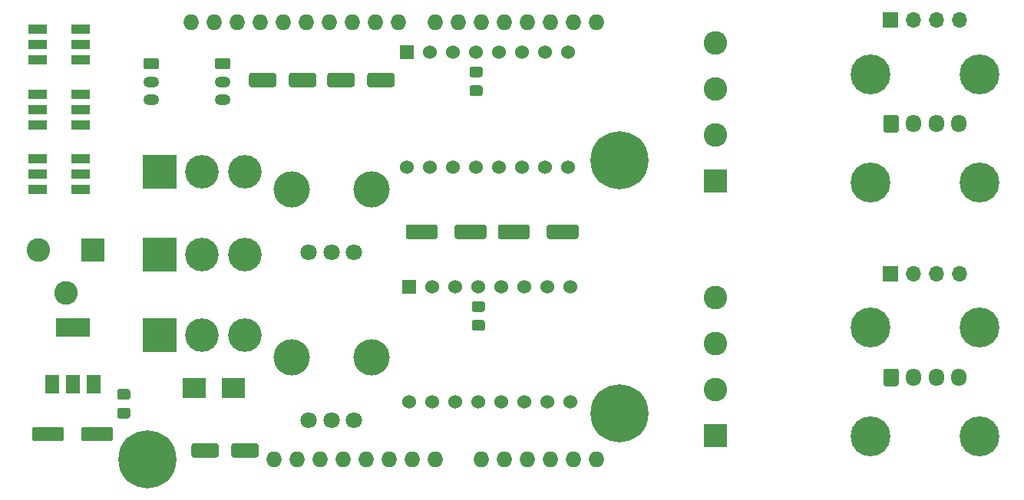
<source format=gts>
%MOIN*%
%OFA0B0*%
%FSLAX46Y46*%
%IPPOS*%
%LPD*%
%ADD10C,0.17322834645669294*%
%ADD11C,0.027559055118110236*%
%ADD12O,0.066929133858267723X0.076771653543307089*%
%ADD13R,0.066929133858267723X0.066929133858267723*%
%ADD14O,0.066929133858267723X0.066929133858267723*%
%ADD25O,0.068X0.068*%
%ADD26C,0.12598425196850396*%
%ADD27R,0.060000000000000005X0.060000000000000005*%
%ADD28C,0.060000000000000005*%
%ADD29C,0.031496062992125991*%
%ADD30C,0.25196850393700793*%
%ADD31C,0.10236220472440946*%
%ADD32R,0.10236220472440946X0.10236220472440946*%
%ADD33O,0.068897637795275593X0.047244094488188976*%
%ADD34R,0.07874015748031496X0.043307086614173235*%
%ADD35C,0.070866141732283464*%
%ADD36C,0.15748031496062992*%
%ADD37C,0.1456692913385827*%
%ADD38R,0.1456692913385827X0.1456692913385827*%
%ADD39R,0.14960629921259844X0.07874015748031496*%
%ADD40R,0.059055118110236227X0.07874015748031496*%
%ADD41R,0.0984251968503937X0.0905511811023622*%
%ADD42C,0.17322834645669294*%
%ADD43C,0.027559055118110236*%
%ADD44O,0.066929133858267723X0.076771653543307089*%
%ADD45R,0.066929133858267723X0.066929133858267723*%
%ADD46O,0.066929133858267723X0.066929133858267723*%
G01*
D10*
X0000236220Y0004527559D02*
X0003937007Y0000738188D03*
D11*
X0004001968Y0000738188D03*
X0003982941Y0000692254D03*
X0003937007Y0000673228D03*
X0003891073Y0000692254D03*
X0003872047Y0000738188D03*
X0003891073Y0000784123D03*
X0003937007Y0000803149D03*
X0003982941Y0000784123D03*
X0004455382Y0000784123D03*
X0004409448Y0000803149D03*
X0004363514Y0000784123D03*
X0004344488Y0000738188D03*
X0004363514Y0000692254D03*
X0004409448Y0000673228D03*
X0004455382Y0000692254D03*
X0004474409Y0000738188D03*
D10*
X0004409448Y0000738188D03*
X0003937007Y0000265748D03*
D11*
X0004001968Y0000265748D03*
X0003982941Y0000219813D03*
X0003937007Y0000200787D03*
X0003891073Y0000219813D03*
X0003872047Y0000265748D03*
X0003891073Y0000311682D03*
X0003937007Y0000330708D03*
X0003982941Y0000311682D03*
X0004455382Y0000311682D03*
X0004409448Y0000330708D03*
X0004363514Y0000311682D03*
X0004344488Y0000265748D03*
X0004363514Y0000219813D03*
X0004409448Y0000200787D03*
X0004455382Y0000219813D03*
X0004474409Y0000265748D03*
D10*
X0004409448Y0000265748D03*
G36*
G01*
X0003991755Y0000494015D02*
X0003991755Y0000551102D01*
G75*
G02*
X0004001598Y0000560944I0000009842D01*
G01*
X0004048842Y0000560944D01*
G75*
G02*
X0004058685Y0000551102J-0000009842D01*
G01*
X0004058685Y0000494015D01*
G75*
G02*
X0004048842Y0000484173I-0000009842D01*
G01*
X0004001598Y0000484173D01*
G75*
G02*
X0003991755Y0000494015J0000009842D01*
G01*
G37*
D12*
X0004123645Y0000522559D03*
X0004222070Y0000522559D03*
X0004320496Y0000522559D03*
D13*
X0004023251Y0000974559D03*
D14*
X0004123251Y0000974559D03*
X0004223251Y0000974559D03*
X0004323251Y0000974559D03*
G04 next file*
G04 #@! TF.GenerationSoftware,KiCad,Pcbnew,5.1.9-73d0e3b20d~88~ubuntu18.04.1*
G04 #@! TF.CreationDate,2021-02-13T22:05:11-05:00*
G04 #@! TF.ProjectId,driver,64726976-6572-42e6-9b69-6361645f7063,v1.0.0*
G04 #@! TF.SameCoordinates,Original*
G04 #@! TF.FileFunction,Soldermask,Top*
G04 #@! TF.FilePolarity,Negative*
G04 Gerber Fmt 4.6, Leading zero omitted, Abs format (unit mm)*
G04 Created by KiCad (PCBNEW 5.1.9-73d0e3b20d~88~ubuntu18.04.1) date 2021-02-13 22:05:11*
G01*
G04 APERTURE LIST*
G04 APERTURE END LIST*
D25*
X-0004007000Y0005095319D02*
X0002745952Y0000167366D03*
X0002645952Y0000167366D03*
X0002545952Y0000167366D03*
X0002445952Y0000167366D03*
X0002345952Y0000167366D03*
X0001345952Y0000167366D03*
X0001585952Y0002067366D03*
X0001485952Y0002067366D03*
X0001385952Y0002067366D03*
X0001185952Y0002067366D03*
X0001085952Y0002067366D03*
X0000985952Y0002067366D03*
D26*
X0000795952Y0000167366D03*
X0002845952Y0001467366D03*
X0002845952Y0000367366D03*
D25*
X0001685952Y0002067366D03*
X0001785952Y0002067366D03*
X0001885952Y0002067366D03*
X0001285952Y0002067366D03*
X0002045952Y0002067366D03*
X0002145952Y0002067366D03*
X0002245952Y0002067366D03*
X0002345952Y0002067366D03*
X0002445952Y0002067366D03*
X0002545952Y0002067366D03*
X0002645952Y0002067366D03*
X0002745952Y0002067366D03*
X0001445952Y0000167366D03*
X0001545952Y0000167366D03*
X0001645952Y0000167366D03*
X0001745952Y0000167366D03*
X0001845952Y0000167366D03*
X0001945952Y0000167366D03*
X0002045952Y0000167366D03*
X0002245952Y0000167366D03*
D27*
X0001932999Y0000915319D03*
D28*
X0002032999Y0000915319D03*
X0002132999Y0000915319D03*
X0002232999Y0000915319D03*
X0002332999Y0000915319D03*
X0002432999Y0000915319D03*
X0002532999Y0000915319D03*
X0002632999Y0000915319D03*
X0002632999Y0000415319D03*
X0002532999Y0000415319D03*
X0002432999Y0000415319D03*
X0002332999Y0000415319D03*
X0002232999Y0000415319D03*
X0002132999Y0000415319D03*
X0002032999Y0000415319D03*
X0001932999Y0000415319D03*
X0001922999Y0001435319D03*
X0002022999Y0001435319D03*
X0002122999Y0001435319D03*
X0002222999Y0001435319D03*
X0002322999Y0001435319D03*
X0002422999Y0001435319D03*
X0002522999Y0001435319D03*
X0002622999Y0001435319D03*
X0002622999Y0001935319D03*
X0002522999Y0001935319D03*
X0002422999Y0001935319D03*
X0002322999Y0001935319D03*
X0002222999Y0001935319D03*
X0002122999Y0001935319D03*
X0002022999Y0001935319D03*
D27*
X0001922999Y0001935319D03*
D25*
X0002245952Y0000167366D03*
X0002045952Y0000167366D03*
X0001945952Y0000167366D03*
X0001845952Y0000167366D03*
X0001745952Y0000167366D03*
X0001645952Y0000167366D03*
X0001545952Y0000167366D03*
X0001445952Y0000167366D03*
X0002745952Y0002067366D03*
X0002645952Y0002067366D03*
X0002545952Y0002067366D03*
X0002445952Y0002067366D03*
X0002345952Y0002067366D03*
X0002245952Y0002067366D03*
X0002145952Y0002067366D03*
X0002045952Y0002067366D03*
X0001285952Y0002067366D03*
X0001885952Y0002067366D03*
X0001785952Y0002067366D03*
X0001685952Y0002067366D03*
D26*
X0002845952Y0000367366D03*
X0002845952Y0001467366D03*
X0000795952Y0000167366D03*
D25*
X0000985952Y0002067366D03*
X0001085952Y0002067366D03*
X0001185952Y0002067366D03*
X0001385952Y0002067366D03*
X0001485952Y0002067366D03*
X0001585952Y0002067366D03*
X0001345952Y0000167366D03*
X0002345952Y0000167366D03*
X0002445952Y0000167366D03*
X0002545952Y0000167366D03*
X0002645952Y0000167366D03*
X0002745952Y0000167366D03*
G36*
G01*
X0001577330Y0001793665D02*
X0001577330Y0001836972D01*
G75*
G02*
X0001587173Y0001846815I0000009842D01*
G01*
X0001685598Y0001846815D01*
G75*
G02*
X0001695440Y0001836972J-0000009842D01*
G01*
X0001695440Y0001793665D01*
G75*
G02*
X0001685598Y0001783823I-0000009842D01*
G01*
X0001587173Y0001783823D01*
G75*
G02*
X0001577330Y0001793665J0000009842D01*
G01*
G37*
G36*
G01*
X0001750558Y0001793665D02*
X0001750558Y0001836972D01*
G75*
G02*
X0001760401Y0001846815I0000009842D01*
G01*
X0001858826Y0001846815D01*
G75*
G02*
X0001868669Y0001836972J-0000009842D01*
G01*
X0001868669Y0001793665D01*
G75*
G02*
X0001858826Y0001783823I-0000009842D01*
G01*
X0001760401Y0001783823D01*
G75*
G02*
X0001750558Y0001793665J0000009842D01*
G01*
G37*
G36*
G01*
X0001160558Y0000183665D02*
X0001160558Y0000226972D01*
G75*
G02*
X0001170401Y0000236815I0000009842D01*
G01*
X0001268826Y0000236815D01*
G75*
G02*
X0001278669Y0000226972J-0000009842D01*
G01*
X0001278669Y0000183665D01*
G75*
G02*
X0001268826Y0000173823I-0000009842D01*
G01*
X0001170401Y0000173823D01*
G75*
G02*
X0001160558Y0000183665J0000009842D01*
G01*
G37*
G36*
G01*
X0000987330Y0000183665D02*
X0000987330Y0000226972D01*
G75*
G02*
X0000997173Y0000236815I0000009842D01*
G01*
X0001095598Y0000236815D01*
G75*
G02*
X0001105440Y0000226972J-0000009842D01*
G01*
X0001105440Y0000183665D01*
G75*
G02*
X0001095598Y0000173823I-0000009842D01*
G01*
X0000997173Y0000173823D01*
G75*
G02*
X0000987330Y0000183665J0000009842D01*
G01*
G37*
G36*
G01*
X0000646188Y0000297957D02*
X0000646188Y0000254650D01*
G75*
G02*
X0000636346Y0000244807I-0000009842D01*
G01*
X0000518236Y0000244807D01*
G75*
G02*
X0000508393Y0000254650J0000009842D01*
G01*
X0000508393Y0000297957D01*
G75*
G02*
X0000518236Y0000307799I0000009842D01*
G01*
X0000636346Y0000307799D01*
G75*
G02*
X0000646188Y0000297957J-0000009842D01*
G01*
G37*
G36*
G01*
X0000433590Y0000297957D02*
X0000433590Y0000254650D01*
G75*
G02*
X0000423747Y0000244807I-0000009842D01*
G01*
X0000305637Y0000244807D01*
G75*
G02*
X0000295795Y0000254650J0000009842D01*
G01*
X0000295795Y0000297957D01*
G75*
G02*
X0000305637Y0000307799I0000009842D01*
G01*
X0000423747Y0000307799D01*
G75*
G02*
X0000433590Y0000297957J-0000009842D01*
G01*
G37*
G36*
G01*
X0001237330Y0001793665D02*
X0001237330Y0001836972D01*
G75*
G02*
X0001247173Y0001846815I0000009842D01*
G01*
X0001345598Y0001846815D01*
G75*
G02*
X0001355440Y0001836972J-0000009842D01*
G01*
X0001355440Y0001793665D01*
G75*
G02*
X0001345598Y0001783823I-0000009842D01*
G01*
X0001247173Y0001783823D01*
G75*
G02*
X0001237330Y0001793665J0000009842D01*
G01*
G37*
G36*
G01*
X0001410558Y0001793665D02*
X0001410558Y0001836972D01*
G75*
G02*
X0001420401Y0001846815I0000009842D01*
G01*
X0001518826Y0001846815D01*
G75*
G02*
X0001528669Y0001836972J-0000009842D01*
G01*
X0001528669Y0001793665D01*
G75*
G02*
X0001518826Y0001783823I-0000009842D01*
G01*
X0001420401Y0001783823D01*
G75*
G02*
X0001410558Y0001793665J0000009842D01*
G01*
G37*
G36*
G01*
X0002530401Y0001133665D02*
X0002530401Y0001176972D01*
G75*
G02*
X0002540244Y0001186815I0000009842D01*
G01*
X0002658354Y0001186815D01*
G75*
G02*
X0002668196Y0001176972J-0000009842D01*
G01*
X0002668196Y0001133665D01*
G75*
G02*
X0002658354Y0001123823I-0000009842D01*
G01*
X0002540244Y0001123823D01*
G75*
G02*
X0002530401Y0001133665J0000009842D01*
G01*
G37*
G36*
G01*
X0002317803Y0001133665D02*
X0002317803Y0001176972D01*
G75*
G02*
X0002327645Y0001186815I0000009842D01*
G01*
X0002445755Y0001186815D01*
G75*
G02*
X0002455598Y0001176972J-0000009842D01*
G01*
X0002455598Y0001133665D01*
G75*
G02*
X0002445755Y0001123823I-0000009842D01*
G01*
X0002327645Y0001123823D01*
G75*
G02*
X0002317803Y0001133665J0000009842D01*
G01*
G37*
G36*
G01*
X0001917803Y0001133665D02*
X0001917803Y0001176972D01*
G75*
G02*
X0001927645Y0001186815I0000009842D01*
G01*
X0002045755Y0001186815D01*
G75*
G02*
X0002055598Y0001176972J-0000009842D01*
G01*
X0002055598Y0001133665D01*
G75*
G02*
X0002045755Y0001123823I-0000009842D01*
G01*
X0001927645Y0001123823D01*
G75*
G02*
X0001917803Y0001133665J0000009842D01*
G01*
G37*
G36*
G01*
X0002130401Y0001133665D02*
X0002130401Y0001176972D01*
G75*
G02*
X0002140244Y0001186815I0000009842D01*
G01*
X0002258354Y0001186815D01*
G75*
G02*
X0002268196Y0001176972J-0000009842D01*
G01*
X0002268196Y0001133665D01*
G75*
G02*
X0002258354Y0001123823I-0000009842D01*
G01*
X0002140244Y0001123823D01*
G75*
G02*
X0002130401Y0001133665J0000009842D01*
G01*
G37*
D29*
X0002912765Y0001534179D03*
X0002845952Y0001561854D03*
X0002779139Y0001534179D03*
X0002751464Y0001467366D03*
X0002779139Y0001400553D03*
X0002845952Y0001372878D03*
X0002912765Y0001400553D03*
X0002940440Y0001467366D03*
D30*
X0002845952Y0001467366D03*
X0000795952Y0000167366D03*
D29*
X0000890440Y0000167366D03*
X0000862765Y0000100553D03*
X0000795952Y0000072878D03*
X0000729139Y0000100553D03*
X0000701464Y0000167366D03*
X0000729139Y0000234179D03*
X0000795952Y0000261854D03*
X0000862765Y0000234179D03*
X0002912765Y0000434179D03*
X0002845952Y0000461854D03*
X0002779139Y0000434179D03*
X0002751464Y0000367366D03*
X0002779139Y0000300553D03*
X0002845952Y0000272878D03*
X0002912765Y0000300553D03*
X0002940440Y0000367366D03*
D30*
X0002845952Y0000367366D03*
D31*
X0003262999Y0001975319D03*
X0003262999Y0001775319D03*
X0003262999Y0001575319D03*
D32*
X0003262999Y0001375319D03*
X0003262999Y0000270319D03*
D31*
X0003262999Y0000470319D03*
X0003262999Y0000670319D03*
X0003262999Y0000870319D03*
D33*
X0000812999Y0001728839D03*
X0000812999Y0001807579D03*
G36*
G01*
X0000788393Y0001909941D02*
X0000837606Y0001909941D01*
G75*
G02*
X0000847448Y0001900098J-0000009842D01*
G01*
X0000847448Y0001872539D01*
G75*
G02*
X0000837606Y0001862697I-0000009842D01*
G01*
X0000788393Y0001862697D01*
G75*
G02*
X0000778551Y0001872539J0000009842D01*
G01*
X0000778551Y0001900098D01*
G75*
G02*
X0000788393Y0001909941I0000009842D01*
G01*
G37*
G36*
G01*
X0001098393Y0001909941D02*
X0001147606Y0001909941D01*
G75*
G02*
X0001157448Y0001900098J-0000009842D01*
G01*
X0001157448Y0001872539D01*
G75*
G02*
X0001147606Y0001862697I-0000009842D01*
G01*
X0001098393Y0001862697D01*
G75*
G02*
X0001088551Y0001872539J0000009842D01*
G01*
X0001088551Y0001900098D01*
G75*
G02*
X0001098393Y0001909941I0000009842D01*
G01*
G37*
X0001122999Y0001807579D03*
X0001122999Y0001728839D03*
D32*
X0000559220Y0001075319D03*
D31*
X0000322999Y0001075319D03*
X0000441110Y0000890280D03*
D34*
X0000507488Y0001903390D03*
X0000507488Y0001970319D03*
X0000507488Y0002037248D03*
X0000318511Y0002037248D03*
X0000318511Y0001970319D03*
X0000318511Y0001903390D03*
X0000318511Y0001618390D03*
X0000318511Y0001685319D03*
X0000318511Y0001752248D03*
X0000507488Y0001752248D03*
X0000507488Y0001685319D03*
X0000507488Y0001618390D03*
X0000507488Y0001338390D03*
X0000507488Y0001405319D03*
X0000507488Y0001472248D03*
X0000318511Y0001472248D03*
X0000318511Y0001405319D03*
X0000318511Y0001338390D03*
G36*
G01*
X0002241700Y0001745496D02*
X0002204299Y0001745496D01*
G75*
G02*
X0002194456Y0001755339J0000009842D01*
G01*
X0002194456Y0001781913D01*
G75*
G02*
X0002204299Y0001791756I0000009842D01*
G01*
X0002241700Y0001791756D01*
G75*
G02*
X0002251543Y0001781913J-0000009842D01*
G01*
X0002251543Y0001755339D01*
G75*
G02*
X0002241700Y0001745496I-0000009842D01*
G01*
G37*
G36*
G01*
X0002241700Y0001827189D02*
X0002204299Y0001827189D01*
G75*
G02*
X0002194456Y0001837031J0000009842D01*
G01*
X0002194456Y0001863606D01*
G75*
G02*
X0002204299Y0001873449I0000009842D01*
G01*
X0002241700Y0001873449D01*
G75*
G02*
X0002251543Y0001863606J-0000009842D01*
G01*
X0002251543Y0001837031D01*
G75*
G02*
X0002241700Y0001827189I-0000009842D01*
G01*
G37*
G36*
G01*
X0002251700Y0000807209D02*
X0002214299Y0000807209D01*
G75*
G02*
X0002204456Y0000817051J0000009842D01*
G01*
X0002204456Y0000843626D01*
G75*
G02*
X0002214299Y0000853468I0000009842D01*
G01*
X0002251700Y0000853468D01*
G75*
G02*
X0002261543Y0000843626J-0000009842D01*
G01*
X0002261543Y0000817051D01*
G75*
G02*
X0002251700Y0000807209I-0000009842D01*
G01*
G37*
G36*
G01*
X0002251700Y0000725516D02*
X0002214299Y0000725516D01*
G75*
G02*
X0002204456Y0000735358J0000009842D01*
G01*
X0002204456Y0000761933D01*
G75*
G02*
X0002214299Y0000771776I0000009842D01*
G01*
X0002251700Y0000771776D01*
G75*
G02*
X0002261543Y0000761933J-0000009842D01*
G01*
X0002261543Y0000735358D01*
G75*
G02*
X0002251700Y0000725516I-0000009842D01*
G01*
G37*
D35*
X0001496149Y0000335319D03*
X0001594574Y0000335319D03*
X0001692999Y0000335319D03*
D36*
X0001421346Y0000610909D03*
X0001767803Y0000610909D03*
X0001767803Y0001340909D03*
X0001421346Y0001340909D03*
D35*
X0001692999Y0001065319D03*
X0001594574Y0001065319D03*
X0001496149Y0001065319D03*
D37*
X0001032999Y0000705319D03*
D38*
X0000847960Y0000705319D03*
D37*
X0001218039Y0000705319D03*
X0001218039Y0001055319D03*
D38*
X0000847960Y0001055319D03*
D37*
X0001032999Y0001055319D03*
X0001032999Y0001415319D03*
D38*
X0000847960Y0001415319D03*
D37*
X0001218039Y0001415319D03*
D39*
X0000472999Y0000739335D03*
D40*
X0000472999Y0000491303D03*
X0000563551Y0000491303D03*
X0000382448Y0000491303D03*
G36*
G01*
X0000674299Y0000472130D02*
X0000711700Y0000472130D01*
G75*
G02*
X0000721543Y0000462287J-0000009842D01*
G01*
X0000721543Y0000435713D01*
G75*
G02*
X0000711700Y0000425870I-0000009842D01*
G01*
X0000674299Y0000425870D01*
G75*
G02*
X0000664456Y0000435713J0000009842D01*
G01*
X0000664456Y0000462287D01*
G75*
G02*
X0000674299Y0000472130I0000009842D01*
G01*
G37*
G36*
G01*
X0000674299Y0000390437D02*
X0000711700Y0000390437D01*
G75*
G02*
X0000721543Y0000380594J-0000009842D01*
G01*
X0000721543Y0000354020D01*
G75*
G02*
X0000711700Y0000344177I-0000009842D01*
G01*
X0000674299Y0000344177D01*
G75*
G02*
X0000664456Y0000354020J0000009842D01*
G01*
X0000664456Y0000380594D01*
G75*
G02*
X0000674299Y0000390437I0000009842D01*
G01*
G37*
D41*
X0000998354Y0000475319D03*
X0001167645Y0000475319D03*
G04 next file*
G04 #@! TF.GenerationSoftware,KiCad,Pcbnew,5.1.9-73d0e3b20d~88~ubuntu18.04.1*
G04 #@! TF.CreationDate,2021-02-13T22:07:47-05:00*
G04 #@! TF.ProjectId,connector,636f6e6e-6563-4746-9f72-2e6b69636164,v1.0.0*
G04 #@! TF.SameCoordinates,Original*
G04 #@! TF.FileFunction,Soldermask,Top*
G04 #@! TF.FilePolarity,Negative*
G04 Gerber Fmt 4.6, Leading zero omitted, Abs format (unit mm)*
G04 Created by KiCad (PCBNEW 5.1.9-73d0e3b20d~88~ubuntu18.04.1) date 2021-02-13 22:07:47*
G01*
G04 APERTURE LIST*
G04 APERTURE END LIST*
D42*
X0000236220Y0005629921D02*
X0003937007Y0001840551D03*
D43*
X0004001968Y0001840551D03*
X0003982941Y0001794617D03*
X0003937007Y0001775590D03*
X0003891073Y0001794617D03*
X0003872047Y0001840551D03*
X0003891073Y0001886485D03*
X0003937007Y0001905511D03*
X0003982941Y0001886485D03*
X0004455382Y0001886485D03*
X0004409448Y0001905511D03*
X0004363514Y0001886485D03*
X0004344488Y0001840551D03*
X0004363514Y0001794617D03*
X0004409448Y0001775590D03*
X0004455382Y0001794617D03*
X0004474409Y0001840551D03*
D42*
X0004409448Y0001840551D03*
X0003937007Y0001368110D03*
D43*
X0004001968Y0001368110D03*
X0003982941Y0001322176D03*
X0003937007Y0001303149D03*
X0003891073Y0001322176D03*
X0003872047Y0001368110D03*
X0003891073Y0001414044D03*
X0003937007Y0001433070D03*
X0003982941Y0001414044D03*
X0004455382Y0001414044D03*
X0004409448Y0001433070D03*
X0004363514Y0001414044D03*
X0004344488Y0001368110D03*
X0004363514Y0001322176D03*
X0004409448Y0001303149D03*
X0004455382Y0001322176D03*
X0004474409Y0001368110D03*
D42*
X0004409448Y0001368110D03*
G36*
G01*
X0003991755Y0001596377D02*
X0003991755Y0001653464D01*
G75*
G02*
X0004001598Y0001663307I0000009842D01*
G01*
X0004048842Y0001663307D01*
G75*
G02*
X0004058685Y0001653464J-0000009842D01*
G01*
X0004058685Y0001596377D01*
G75*
G02*
X0004048842Y0001586535I-0000009842D01*
G01*
X0004001598Y0001586535D01*
G75*
G02*
X0003991755Y0001596377J0000009842D01*
G01*
G37*
D44*
X0004123645Y0001624921D03*
X0004222070Y0001624921D03*
X0004320496Y0001624921D03*
D45*
X0004023251Y0002076921D03*
D46*
X0004123251Y0002076921D03*
X0004223251Y0002076921D03*
X0004323251Y0002076921D03*
M02*
</source>
